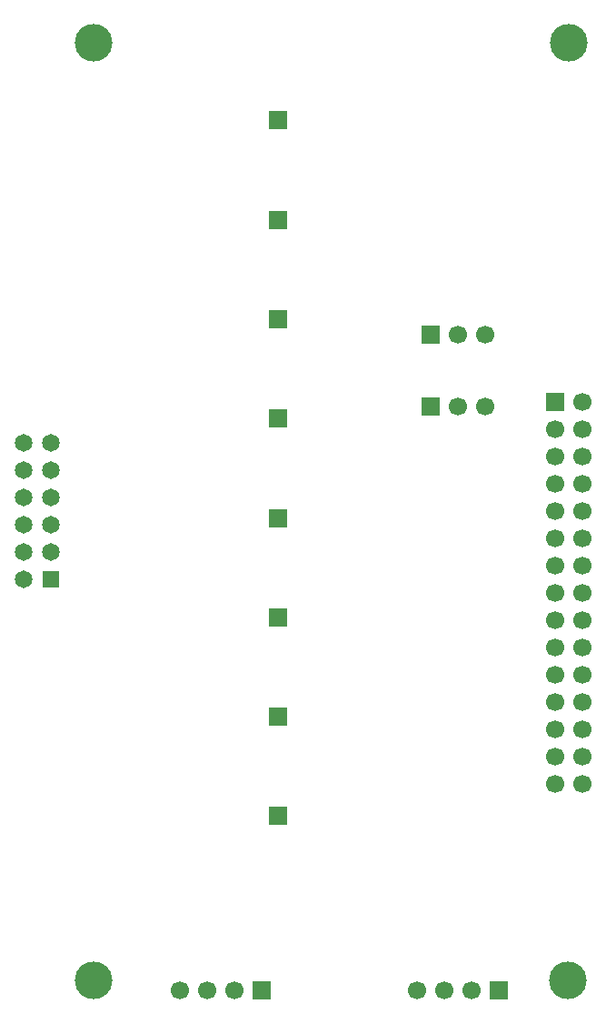
<source format=gbr>
%TF.GenerationSoftware,KiCad,Pcbnew,9.0.2*%
%TF.CreationDate,2025-07-04T16:10:04+10:00*%
%TF.ProjectId,v8_equip_dig_in_non_iso_IDC_pwr,76385f65-7175-4697-905f-6469675f696e,rev?*%
%TF.SameCoordinates,Original*%
%TF.FileFunction,Soldermask,Bot*%
%TF.FilePolarity,Negative*%
%FSLAX46Y46*%
G04 Gerber Fmt 4.6, Leading zero omitted, Abs format (unit mm)*
G04 Created by KiCad (PCBNEW 9.0.2) date 2025-07-04 16:10:04*
%MOMM*%
%LPD*%
G01*
G04 APERTURE LIST*
%ADD10R,1.700000X1.700000*%
%ADD11C,1.700000*%
%ADD12C,3.500000*%
%ADD13R,1.650000X1.650000*%
%ADD14C,1.650000*%
G04 APERTURE END LIST*
D10*
%TO.C,J16*%
X29210000Y-75996800D03*
%TD*%
%TO.C,JP2*%
X43408600Y-37846000D03*
D11*
X45948600Y-37846000D03*
X48488600Y-37846000D03*
%TD*%
D10*
%TO.C,J17*%
X54991000Y-37465000D03*
D11*
X57531000Y-37465000D03*
X54991000Y-40005000D03*
X57531000Y-40005000D03*
X54991000Y-42545000D03*
X57531000Y-42545000D03*
X54991000Y-45085000D03*
X57531000Y-45085000D03*
X54991000Y-47625000D03*
X57531000Y-47625000D03*
X54991000Y-50165000D03*
X57531000Y-50165000D03*
X54991000Y-52705000D03*
X57531000Y-52705000D03*
X54991000Y-55245000D03*
X57531000Y-55245000D03*
X54991000Y-57785000D03*
X57531000Y-57785000D03*
X54991000Y-60325000D03*
X57531000Y-60325000D03*
X54991000Y-62865000D03*
X57531000Y-62865000D03*
X54991000Y-65405000D03*
X57531000Y-65405000D03*
X54991000Y-67945000D03*
X57531000Y-67945000D03*
X54991000Y-70485000D03*
X57531000Y-70485000D03*
X54991000Y-73025000D03*
X57531000Y-73025000D03*
%TD*%
D12*
%TO.C,H4*%
X56184800Y-91287600D03*
%TD*%
D10*
%TO.C,J10*%
X29210000Y-20472400D03*
%TD*%
D13*
%TO.C,J20*%
X7975600Y-53975000D03*
D14*
X5435600Y-53975000D03*
X7975600Y-51435000D03*
X5435600Y-51435000D03*
X7975600Y-48895000D03*
X5435600Y-48895000D03*
X7975600Y-46355000D03*
X5435600Y-46355000D03*
X7975600Y-43815000D03*
X5435600Y-43815000D03*
X7975600Y-41275000D03*
X5435600Y-41275000D03*
%TD*%
D10*
%TO.C,J9*%
X29210000Y-11201400D03*
%TD*%
%TO.C,JP1*%
X43408600Y-31140400D03*
D11*
X45948600Y-31140400D03*
X48488600Y-31140400D03*
%TD*%
D10*
%TO.C,J12*%
X29210000Y-38989000D03*
%TD*%
%TO.C,J11*%
X29210000Y-29743400D03*
%TD*%
%TO.C,CON3*%
X49733200Y-92202000D03*
D11*
X47193200Y-92202000D03*
X44653200Y-92202000D03*
X42113200Y-92202000D03*
%TD*%
D10*
%TO.C,CON1*%
X27635200Y-92227400D03*
D11*
X25095200Y-92227400D03*
X22555200Y-92227400D03*
X20015200Y-92227400D03*
%TD*%
D12*
%TO.C,H3*%
X56235600Y-4007600D03*
%TD*%
D10*
%TO.C,J14*%
X29210000Y-57505600D03*
%TD*%
%TO.C,J15*%
X29210000Y-66751200D03*
%TD*%
D12*
%TO.C,H1*%
X12000000Y-4007600D03*
%TD*%
%TO.C,H2*%
X12000000Y-91287600D03*
%TD*%
D10*
%TO.C,J13*%
X29210000Y-48260000D03*
%TD*%
M02*

</source>
